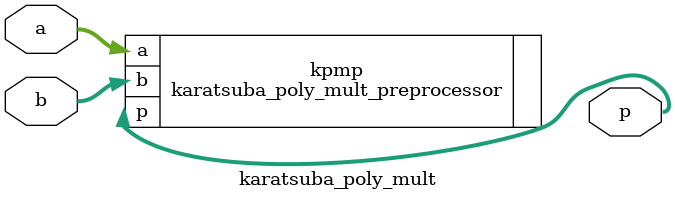
<source format=v>
`timescale 1ns / 1ps


module karatsuba_poly_mult #(parameter N = 2, D = 4) (
    input [D*N-1:0] a,
    input [D*N-1:0] b,
    output [(2*D-1)*2*N-1:0] p
    );
    
//    parameter N_OUT = 2*N;
//    wire [N_OUT-1:0] a_mid, b_mid;
//    wire [3*N_OUT-1:0] ab_high, ab_low, ab_mid, ab_low_high, ab_new_mid;
    
//    poly_add #(.DEG(2), .N(N)) pa_a_mid(.a(a[4*N-1:2*N]), .b(a[2*N-1:0]), .s(a_mid));
//    poly_add #(.DEG(2), .N(N)) pa_b_mid(.a(b[4*N-1:2*N]), .b(b[2*N-1:0]), .s(b_mid));
//    poly_add #(.DEG(3), .N(N_OUT)) pa_ab(.a(ab_low), .b(ab_high), .s(ab_low_high));
//    poly_sub #(.DEG(3), .N(N_OUT)) pa_ab_mid(.a(ab_mid), .b(ab_low_high), .s(ab_new_mid));
    
//    poly_mult #(.N(N)) pm_high(.a(a[4*N-1:2*N]), .b(b[4*N-1:2*N]), .p(ab_high));
//    poly_mult #(.N(N)) pm_low(.a(a[2*N-1:0]), .b(b[2*N-1:0]), .p(ab_low));
//    poly_mult #(.N(N)) pm_mid(.a(a_mid), .b(b_mid), .p(ab_mid));
    
//    poly_add #(.DEG(7), .N(N_OUT)) pa_out(.a({ab_high, {N_OUT{1'B0}}, ab_low}), .b({0, ab_new_mid} << (2*N_OUT)), .s(p));

    karatsuba_poly_mult_preprocessor #(.N(N), .D(D)) kpmp(.a(a), .b(b), .p(p));
endmodule

</source>
